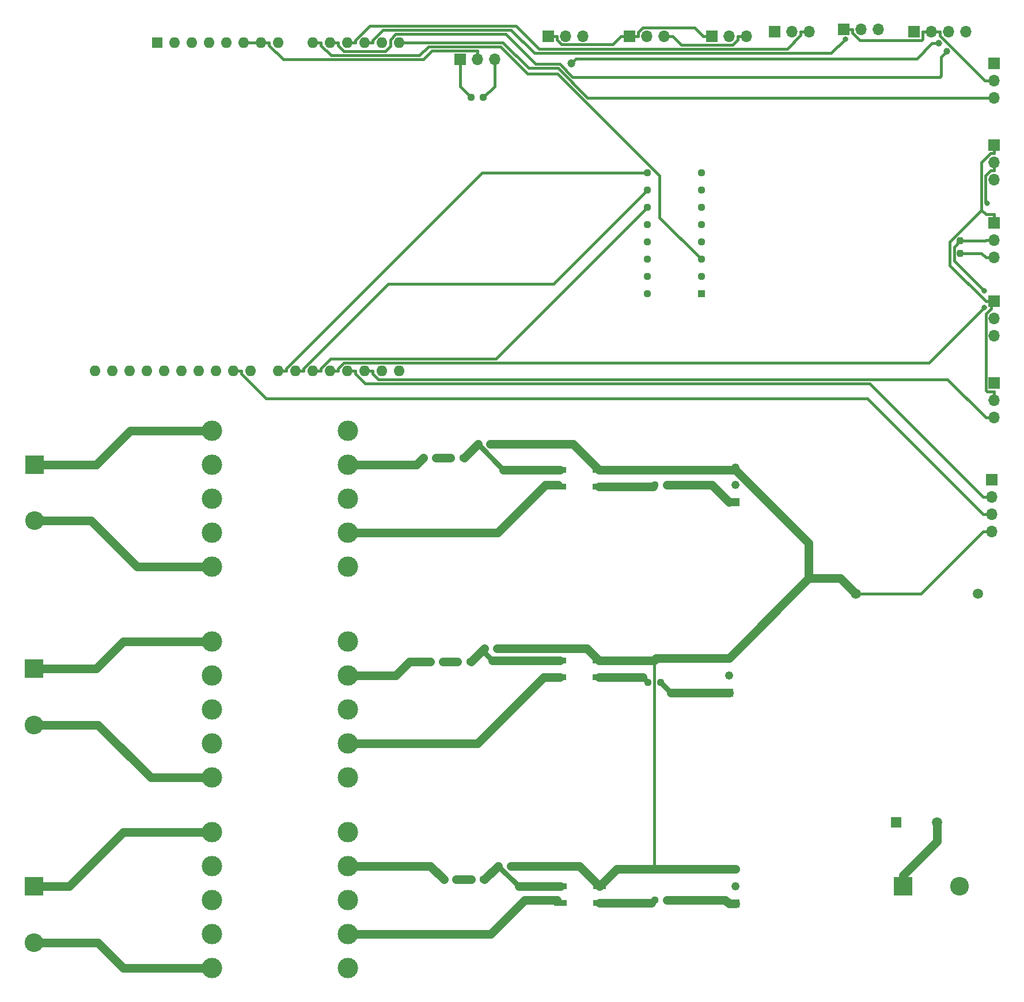
<source format=gtl>
%TF.GenerationSoftware,KiCad,Pcbnew,6.0.4-6f826c9f35~116~ubuntu18.04.1*%
%TF.CreationDate,2022-03-30T21:42:36+05:30*%
%TF.ProjectId,dg Monitor,6467204d-6f6e-4697-946f-722e6b696361,rev?*%
%TF.SameCoordinates,Original*%
%TF.FileFunction,Copper,L1,Top*%
%TF.FilePolarity,Positive*%
%FSLAX46Y46*%
G04 Gerber Fmt 4.6, Leading zero omitted, Abs format (unit mm)*
G04 Created by KiCad (PCBNEW 6.0.4-6f826c9f35~116~ubuntu18.04.1) date 2022-03-30 21:42:36*
%MOMM*%
%LPD*%
G01*
G04 APERTURE LIST*
G04 Aperture macros list*
%AMRoundRect*
0 Rectangle with rounded corners*
0 $1 Rounding radius*
0 $2 $3 $4 $5 $6 $7 $8 $9 X,Y pos of 4 corners*
0 Add a 4 corners polygon primitive as box body*
4,1,4,$2,$3,$4,$5,$6,$7,$8,$9,$2,$3,0*
0 Add four circle primitives for the rounded corners*
1,1,$1+$1,$2,$3*
1,1,$1+$1,$4,$5*
1,1,$1+$1,$6,$7*
1,1,$1+$1,$8,$9*
0 Add four rect primitives between the rounded corners*
20,1,$1+$1,$2,$3,$4,$5,0*
20,1,$1+$1,$4,$5,$6,$7,0*
20,1,$1+$1,$6,$7,$8,$9,0*
20,1,$1+$1,$8,$9,$2,$3,0*%
G04 Aperture macros list end*
%TA.AperFunction,ComponentPad*%
%ADD10R,1.700000X1.700000*%
%TD*%
%TA.AperFunction,ComponentPad*%
%ADD11O,1.700000X1.700000*%
%TD*%
%TA.AperFunction,ComponentPad*%
%ADD12R,2.743200X2.743200*%
%TD*%
%TA.AperFunction,ComponentPad*%
%ADD13C,2.743200*%
%TD*%
%TA.AperFunction,SMDPad,CuDef*%
%ADD14RoundRect,0.237500X0.250000X0.237500X-0.250000X0.237500X-0.250000X-0.237500X0.250000X-0.237500X0*%
%TD*%
%TA.AperFunction,SMDPad,CuDef*%
%ADD15RoundRect,0.237500X-0.250000X-0.237500X0.250000X-0.237500X0.250000X0.237500X-0.250000X0.237500X0*%
%TD*%
%TA.AperFunction,ComponentPad*%
%ADD16O,1.600000X1.600000*%
%TD*%
%TA.AperFunction,ComponentPad*%
%ADD17R,1.600000X1.600000*%
%TD*%
%TA.AperFunction,ComponentPad*%
%ADD18R,1.218000X1.218000*%
%TD*%
%TA.AperFunction,ComponentPad*%
%ADD19C,1.218000*%
%TD*%
%TA.AperFunction,ComponentPad*%
%ADD20C,3.000000*%
%TD*%
%TA.AperFunction,SMDPad,CuDef*%
%ADD21RoundRect,0.237500X-0.237500X0.250000X-0.237500X-0.250000X0.237500X-0.250000X0.237500X0.250000X0*%
%TD*%
%TA.AperFunction,SMDPad,CuDef*%
%ADD22RoundRect,0.091000X0.864000X0.364000X-0.864000X0.364000X-0.864000X-0.364000X0.864000X-0.364000X0*%
%TD*%
%TA.AperFunction,ComponentPad*%
%ADD23R,1.130000X1.130000*%
%TD*%
%TA.AperFunction,ComponentPad*%
%ADD24C,1.130000*%
%TD*%
%TA.AperFunction,ComponentPad*%
%ADD25R,1.500000X1.500000*%
%TD*%
%TA.AperFunction,ComponentPad*%
%ADD26C,1.500000*%
%TD*%
%TA.AperFunction,ViaPad*%
%ADD27C,1.000000*%
%TD*%
%TA.AperFunction,ViaPad*%
%ADD28C,0.800000*%
%TD*%
%TA.AperFunction,ViaPad*%
%ADD29C,1.200000*%
%TD*%
%TA.AperFunction,Conductor*%
%ADD30C,0.400000*%
%TD*%
%TA.AperFunction,Conductor*%
%ADD31C,1.270000*%
%TD*%
%TA.AperFunction,Conductor*%
%ADD32C,0.760000*%
%TD*%
G04 APERTURE END LIST*
D10*
%TO.P,J11,1,Pin_1*%
%TO.N,+5V*%
X188200000Y-23375000D03*
D11*
%TO.P,J11,2,Pin_2*%
%TO.N,GND*%
X190740000Y-23375000D03*
%TO.P,J11,3,Pin_3*%
%TO.N,/Arduino Uno/dCo*%
X193280000Y-23375000D03*
%TO.P,J11,4,Pin_4*%
%TO.N,/Arduino Uno/aCo*%
X195820000Y-23375000D03*
%TD*%
D12*
%TO.P,J14,1,Pin_1*%
%TO.N,Net-(J14-Pad1)*%
X58925000Y-86999500D03*
D13*
%TO.P,J14,2,Pin_2*%
%TO.N,Net-(J14-Pad2)*%
X58925000Y-95254500D03*
%TD*%
D12*
%TO.P,J1,1,Pin_1*%
%TO.N,Net-(J1-Pad1)*%
X186624500Y-149000500D03*
D13*
%TO.P,J1,2,Pin_2*%
%TO.N,Net-(J1-Pad2)*%
X194879500Y-149000500D03*
%TD*%
D14*
%TO.P,R9,1*%
%TO.N,GND*%
X126912500Y-114000000D03*
%TO.P,R9,2*%
%TO.N,Net-(D3-Pad3)*%
X125087500Y-114000000D03*
%TD*%
D10*
%TO.P,J5,1,Pin_1*%
%TO.N,GND*%
X200000000Y-40000000D03*
D11*
%TO.P,J5,2,Pin_2*%
%TO.N,/Arduino Uno/temp*%
X200000000Y-42540000D03*
%TO.P,J5,3,Pin_3*%
%TO.N,+5V*%
X200000000Y-45080000D03*
%TD*%
D15*
%TO.P,R8,1*%
%TO.N,Net-(R6-Pad2)*%
X123087500Y-148000000D03*
%TO.P,R8,2*%
%TO.N,Net-(D4-Pad3)*%
X124912500Y-148000000D03*
%TD*%
%TO.P,R3,1*%
%TO.N,Net-(R12-Pad2)*%
X120087500Y-86000000D03*
%TO.P,R3,2*%
%TO.N,Net-(D2-Pad3)*%
X121912500Y-86000000D03*
%TD*%
D16*
%TO.P,A1,32,SCL/A5*%
%TO.N,unconnected-(A1-Pad32)*%
X67810500Y-73244500D03*
%TO.P,A1,31,SDA/A4*%
%TO.N,unconnected-(A1-Pad31)*%
X70350500Y-73244500D03*
%TO.P,A1,30,AREF*%
%TO.N,unconnected-(A1-Pad30)*%
X72890500Y-73244500D03*
%TO.P,A1,29,GND*%
%TO.N,GND*%
X75430500Y-73244500D03*
%TO.P,A1,28,D13*%
%TO.N,unconnected-(A1-Pad28)*%
X77970500Y-73244500D03*
%TO.P,A1,27,D12*%
%TO.N,unconnected-(A1-Pad27)*%
X80510500Y-73244500D03*
%TO.P,A1,26,D11*%
%TO.N,unconnected-(A1-Pad26)*%
X83050500Y-73244500D03*
%TO.P,A1,25,D10*%
%TO.N,unconnected-(A1-Pad25)*%
X85590500Y-73244500D03*
%TO.P,A1,24,D9*%
%TO.N,/Arduino Uno/echo*%
X88130500Y-73244500D03*
%TO.P,A1,23,D8*%
%TO.N,/Arduino Uno/dCo*%
X90670500Y-73244500D03*
%TO.P,A1,22,D7*%
%TO.N,Net-(A1-Pad22)*%
X94730500Y-73244500D03*
%TO.P,A1,21,D6*%
%TO.N,Net-(A1-Pad21)*%
X97270500Y-73244500D03*
%TO.P,A1,20,D5*%
%TO.N,Net-(A1-Pad20)*%
X99810500Y-73244500D03*
%TO.P,A1,19,D4*%
%TO.N,/Arduino Uno/temp*%
X102350500Y-73244500D03*
%TO.P,A1,18,D3*%
%TO.N,/Arduino Uno/trig*%
X104890500Y-73244500D03*
%TO.P,A1,17,D2*%
%TO.N,/Arduino Uno/vibration*%
X107430500Y-73244500D03*
%TO.P,A1,16,D1/TX*%
%TO.N,unconnected-(A1-Pad16)*%
X109970500Y-73244500D03*
%TO.P,A1,15,D0/RX*%
%TO.N,unconnected-(A1-Pad15)*%
X112510500Y-73244500D03*
%TO.P,A1,14,SCL/A5*%
%TO.N,/Arduino Uno/press*%
X112510500Y-24984500D03*
%TO.P,A1,13,SDA/A4*%
%TO.N,/Arduino Uno/rpm*%
X109970500Y-24984500D03*
%TO.P,A1,12,A3*%
%TO.N,/Arduino Uno/DcV2*%
X107430500Y-24984500D03*
%TO.P,A1,11,A2*%
%TO.N,/Arduino Uno/DcV1*%
X104890500Y-24984500D03*
%TO.P,A1,10,A1*%
%TO.N,/Arduino Uno/aCo*%
X102350500Y-24984500D03*
%TO.P,A1,9,A0*%
%TO.N,Net-(A1-Pad9)*%
X99810500Y-24984500D03*
%TO.P,A1,8,VIN*%
%TO.N,+5V*%
X94730500Y-24984500D03*
%TO.P,A1,7,GND*%
%TO.N,GND*%
X92190500Y-24984500D03*
%TO.P,A1,6,GND*%
X89650500Y-24984500D03*
%TO.P,A1,5,+5V*%
%TO.N,unconnected-(A1-Pad5)*%
X87110500Y-24984500D03*
%TO.P,A1,4,3V3*%
%TO.N,unconnected-(A1-Pad4)*%
X84570500Y-24984500D03*
%TO.P,A1,3,~{RESET}*%
%TO.N,unconnected-(A1-Pad3)*%
X82030500Y-24984500D03*
%TO.P,A1,2,IOREF*%
%TO.N,unconnected-(A1-Pad2)*%
X79490500Y-24984500D03*
D17*
%TO.P,A1,1,NC*%
%TO.N,unconnected-(A1-Pad1)*%
X76950500Y-24984500D03*
%TD*%
D15*
%TO.P,R12,1*%
%TO.N,Net-(R12-Pad1)*%
X116087500Y-86000000D03*
%TO.P,R12,2*%
%TO.N,Net-(R12-Pad2)*%
X117912500Y-86000000D03*
%TD*%
%TO.P,R11,1*%
%TO.N,Net-(D2-Pad1)*%
X150087500Y-90000000D03*
%TO.P,R11,2*%
%TO.N,Net-(R11-Pad2)*%
X151912500Y-90000000D03*
%TD*%
D18*
%TO.P,RV3,1,1*%
%TO.N,Net-(R11-Pad2)*%
X162000000Y-92540000D03*
D19*
%TO.P,RV3,2,2*%
%TO.N,/Arduino Uno/V_R*%
X162000000Y-90000000D03*
%TO.P,RV3,3,3*%
%TO.N,GND*%
X162000000Y-87460000D03*
%TD*%
D20*
%TO.P,T3,10*%
%TO.N,N/C*%
X105000000Y-133000000D03*
%TO.P,T3,9*%
X105000000Y-113000000D03*
%TO.P,T3,8*%
X85000000Y-118000000D03*
%TO.P,T3,7*%
X85000000Y-128000000D03*
%TO.P,T3,6*%
X105000000Y-123000000D03*
%TO.P,T3,5*%
X85000000Y-123000000D03*
%TO.P,T3,4,SB*%
%TO.N,Net-(R5-Pad1)*%
X105000000Y-118000000D03*
%TO.P,T3,3,SA*%
%TO.N,Net-(D3-Pad4)*%
X105000000Y-128000000D03*
%TO.P,T3,2,AB*%
%TO.N,Net-(J16-Pad1)*%
X85000000Y-113000000D03*
%TO.P,T3,1,AA*%
%TO.N,Net-(J16-Pad2)*%
X85000000Y-133000000D03*
%TD*%
D14*
%TO.P,R10,1*%
%TO.N,GND*%
X128912500Y-146000000D03*
%TO.P,R10,2*%
%TO.N,Net-(D4-Pad3)*%
X127087500Y-146000000D03*
%TD*%
D12*
%TO.P,J15,1,Pin_1*%
%TO.N,Net-(J15-Pad1)*%
X58799500Y-148999500D03*
D13*
%TO.P,J15,2,Pin_2*%
%TO.N,Net-(J15-Pad2)*%
X58799500Y-157254500D03*
%TD*%
D10*
%TO.P,J10,1,Pin_1*%
%TO.N,+5V*%
X199625000Y-89200000D03*
D11*
%TO.P,J10,2,Pin_2*%
%TO.N,/Arduino Uno/trig*%
X199625000Y-91740000D03*
%TO.P,J10,3,Pin_3*%
%TO.N,/Arduino Uno/echo*%
X199625000Y-94280000D03*
%TO.P,J10,4,Pin_4*%
%TO.N,GND*%
X199625000Y-96820000D03*
%TD*%
D15*
%TO.P,R13,1*%
%TO.N,Net-(D3-Pad1)*%
X149087500Y-119000000D03*
%TO.P,R13,2*%
%TO.N,Net-(R13-Pad2)*%
X150912500Y-119000000D03*
%TD*%
D10*
%TO.P,J20,1,Pin_1*%
%TO.N,GND*%
X146395000Y-24000000D03*
D11*
%TO.P,J20,2,Pin_2*%
%TO.N,/Arduino Uno/I_Y*%
X148935000Y-24000000D03*
%TO.P,J20,3,Pin_3*%
%TO.N,+5V*%
X151475000Y-24000000D03*
%TD*%
D18*
%TO.P,RV1,1,1*%
%TO.N,Net-(R13-Pad2)*%
X161000000Y-120540000D03*
D19*
%TO.P,RV1,2,2*%
%TO.N,/Arduino Uno/V_Y*%
X161000000Y-118000000D03*
%TO.P,RV1,3,3*%
%TO.N,GND*%
X161000000Y-115460000D03*
%TD*%
D10*
%TO.P,J13,1,Pin_1*%
%TO.N,+5V*%
X200000000Y-75000000D03*
D11*
%TO.P,J13,2,Pin_2*%
%TO.N,GND*%
X200000000Y-77540000D03*
%TO.P,J13,3,Pin_3*%
%TO.N,/Arduino Uno/vibration*%
X200000000Y-80080000D03*
%TD*%
D21*
%TO.P,R1,1*%
%TO.N,/Arduino Uno/temp*%
X195000000Y-54087500D03*
%TO.P,R1,2*%
%TO.N,+5V*%
X195000000Y-55912500D03*
%TD*%
D10*
%TO.P,J21,1,Pin_1*%
%TO.N,GND*%
X158475000Y-24000000D03*
D11*
%TO.P,J21,2,Pin_2*%
%TO.N,/Arduino Uno/I_B*%
X161015000Y-24000000D03*
%TO.P,J21,3,Pin_3*%
%TO.N,+5V*%
X163555000Y-24000000D03*
%TD*%
D22*
%TO.P,D3,1,+*%
%TO.N,Net-(D3-Pad1)*%
X141900000Y-118225000D03*
%TO.P,D3,2,-*%
%TO.N,GND*%
X141900000Y-115775000D03*
%TO.P,D3,3*%
%TO.N,Net-(D3-Pad3)*%
X136100000Y-115775000D03*
%TO.P,D3,4*%
%TO.N,Net-(D3-Pad4)*%
X136100000Y-118225000D03*
%TD*%
D12*
%TO.P,J16,1,Pin_1*%
%TO.N,Net-(J16-Pad1)*%
X58799500Y-116999500D03*
D13*
%TO.P,J16,2,Pin_2*%
%TO.N,Net-(J16-Pad2)*%
X58799500Y-125254500D03*
%TD*%
D20*
%TO.P,T1,10*%
%TO.N,N/C*%
X104996000Y-161000000D03*
%TO.P,T1,9*%
X104996000Y-141000000D03*
%TO.P,T1,8*%
X84996000Y-146000000D03*
%TO.P,T1,7*%
X84996000Y-156000000D03*
%TO.P,T1,6*%
X104996000Y-151000000D03*
%TO.P,T1,5*%
X84996000Y-151000000D03*
%TO.P,T1,4,SB*%
%TO.N,Net-(R6-Pad1)*%
X104996000Y-146000000D03*
%TO.P,T1,3,SA*%
%TO.N,Net-(D4-Pad4)*%
X104996000Y-156000000D03*
%TO.P,T1,2,AB*%
%TO.N,Net-(J15-Pad1)*%
X84996000Y-141000000D03*
%TO.P,T1,1,AA*%
%TO.N,Net-(J15-Pad2)*%
X84996000Y-161000000D03*
%TD*%
D15*
%TO.P,R2,1*%
%TO.N,+5V*%
X123087500Y-33000000D03*
%TO.P,R2,2*%
%TO.N,/Arduino Uno/rpm*%
X124912500Y-33000000D03*
%TD*%
D10*
%TO.P,J6,1,Pin_1*%
%TO.N,GND*%
X200000000Y-51475000D03*
D11*
%TO.P,J6,2,Pin_2*%
%TO.N,/Arduino Uno/temp*%
X200000000Y-54015000D03*
%TO.P,J6,3,Pin_3*%
%TO.N,+5V*%
X200000000Y-56555000D03*
%TD*%
D23*
%TO.P,U2,1,X4*%
%TO.N,/Arduino Uno/I_Y*%
X156970000Y-61890000D03*
D24*
%TO.P,U2,2,X6*%
%TO.N,unconnected-(U2-Pad2)*%
X156970000Y-59350000D03*
%TO.P,U2,3,X*%
%TO.N,Net-(A1-Pad9)*%
X156970000Y-56810000D03*
%TO.P,U2,4,X7*%
%TO.N,unconnected-(U2-Pad4)*%
X156970000Y-54270000D03*
%TO.P,U2,5,X5*%
%TO.N,/Arduino Uno/I_B*%
X156970000Y-51730000D03*
%TO.P,U2,6,INH*%
%TO.N,unconnected-(U2-Pad6)*%
X156970000Y-49190000D03*
%TO.P,U2,7,VEE*%
%TO.N,unconnected-(U2-Pad7)*%
X156970000Y-46650000D03*
%TO.P,U2,8,VSS*%
%TO.N,GND*%
X156970000Y-44110000D03*
%TO.P,U2,9,C*%
%TO.N,Net-(A1-Pad22)*%
X149030000Y-44110000D03*
%TO.P,U2,10,B*%
%TO.N,Net-(A1-Pad21)*%
X149030000Y-46650000D03*
%TO.P,U2,11,A*%
%TO.N,Net-(A1-Pad20)*%
X149030000Y-49190000D03*
%TO.P,U2,12,X3*%
%TO.N,/Arduino Uno/I_R*%
X149030000Y-51730000D03*
%TO.P,U2,13,X0*%
%TO.N,/Arduino Uno/V_R*%
X149030000Y-54270000D03*
%TO.P,U2,14,X1*%
%TO.N,/Arduino Uno/V_Y*%
X149030000Y-56810000D03*
%TO.P,U2,15,X2*%
%TO.N,/Arduino Uno/V_B*%
X149030000Y-59350000D03*
%TO.P,U2,16,VDD*%
%TO.N,+5V*%
X149030000Y-61890000D03*
%TD*%
D22*
%TO.P,D2,1,+*%
%TO.N,Net-(D2-Pad1)*%
X141900000Y-90225000D03*
%TO.P,D2,2,-*%
%TO.N,GND*%
X141900000Y-87775000D03*
%TO.P,D2,3*%
%TO.N,Net-(D2-Pad3)*%
X136100000Y-87775000D03*
%TO.P,D2,4*%
%TO.N,Net-(D2-Pad4)*%
X136100000Y-90225000D03*
%TD*%
D14*
%TO.P,R4,1*%
%TO.N,GND*%
X125912500Y-84000000D03*
%TO.P,R4,2*%
%TO.N,Net-(D2-Pad3)*%
X124087500Y-84000000D03*
%TD*%
D15*
%TO.P,R14,1*%
%TO.N,Net-(D4-Pad1)*%
X150087500Y-151000000D03*
%TO.P,R14,2*%
%TO.N,Net-(R14-Pad2)*%
X151912500Y-151000000D03*
%TD*%
D10*
%TO.P,J12,1,Pin_1*%
%TO.N,+5V*%
X200000000Y-28000000D03*
D11*
%TO.P,J12,2,Pin_2*%
%TO.N,GND*%
X200000000Y-30540000D03*
%TO.P,J12,3,Pin_3*%
%TO.N,/Arduino Uno/press*%
X200000000Y-33080000D03*
%TD*%
D25*
%TO.P,PS1,1,AC1*%
%TO.N,Net-(J1-Pad2)*%
X185625000Y-139600000D03*
D26*
%TO.P,PS1,2,AC2*%
%TO.N,Net-(J1-Pad1)*%
X191625000Y-139600000D03*
%TO.P,PS1,3,-VO*%
%TO.N,GND*%
X179625000Y-106000000D03*
%TO.P,PS1,4,+VO*%
%TO.N,+5V*%
X197625000Y-106000000D03*
%TD*%
D10*
%TO.P,J8,1,Pin_1*%
%TO.N,+5V*%
X121475000Y-27375000D03*
D11*
%TO.P,J8,2,Pin_2*%
%TO.N,GND*%
X124015000Y-27375000D03*
%TO.P,J8,3,Pin_3*%
%TO.N,/Arduino Uno/rpm*%
X126555000Y-27375000D03*
%TD*%
D20*
%TO.P,T2,10*%
%TO.N,N/C*%
X105000000Y-102000000D03*
%TO.P,T2,9*%
X105000000Y-82000000D03*
%TO.P,T2,8*%
X85000000Y-87000000D03*
%TO.P,T2,7*%
X85000000Y-97000000D03*
%TO.P,T2,6*%
X105000000Y-92000000D03*
%TO.P,T2,5*%
X85000000Y-92000000D03*
%TO.P,T2,4,SB*%
%TO.N,Net-(R12-Pad1)*%
X105000000Y-87000000D03*
%TO.P,T2,3,SA*%
%TO.N,Net-(D2-Pad4)*%
X105000000Y-97000000D03*
%TO.P,T2,2,AB*%
%TO.N,Net-(J14-Pad1)*%
X85000000Y-82000000D03*
%TO.P,T2,1,AA*%
%TO.N,Net-(J14-Pad2)*%
X85000000Y-102000000D03*
%TD*%
D15*
%TO.P,R6,1*%
%TO.N,Net-(R6-Pad1)*%
X119087500Y-148000000D03*
%TO.P,R6,2*%
%TO.N,Net-(R6-Pad2)*%
X120912500Y-148000000D03*
%TD*%
D10*
%TO.P,J17,1,Pin_1*%
%TO.N,GND*%
X134475000Y-24000000D03*
D11*
%TO.P,J17,2,Pin_2*%
%TO.N,/Arduino Uno/I_R*%
X137015000Y-24000000D03*
%TO.P,J17,3,Pin_3*%
%TO.N,+5V*%
X139555000Y-24000000D03*
%TD*%
D15*
%TO.P,R7,1*%
%TO.N,Net-(R5-Pad2)*%
X121087500Y-116000000D03*
%TO.P,R7,2*%
%TO.N,Net-(D3-Pad3)*%
X122912500Y-116000000D03*
%TD*%
D18*
%TO.P,RV2,1,1*%
%TO.N,Net-(R14-Pad2)*%
X162000000Y-151540000D03*
D19*
%TO.P,RV2,2,2*%
%TO.N,/Arduino Uno/V_B*%
X162000000Y-149000000D03*
%TO.P,RV2,3,3*%
%TO.N,GND*%
X162000000Y-146460000D03*
%TD*%
D10*
%TO.P,J7,1,Pin_1*%
%TO.N,GND*%
X200000000Y-63000000D03*
D11*
%TO.P,J7,2,Pin_2*%
%TO.N,/Arduino Uno/temp*%
X200000000Y-65540000D03*
%TO.P,J7,3,Pin_3*%
%TO.N,+5V*%
X200000000Y-68080000D03*
%TD*%
D22*
%TO.P,D4,1,+*%
%TO.N,Net-(D4-Pad1)*%
X142000000Y-151450000D03*
%TO.P,D4,2,-*%
%TO.N,GND*%
X142000000Y-149000000D03*
%TO.P,D4,3*%
%TO.N,Net-(D4-Pad3)*%
X136200000Y-149000000D03*
%TO.P,D4,4*%
%TO.N,Net-(D4-Pad4)*%
X136200000Y-151450000D03*
%TD*%
D15*
%TO.P,R5,1*%
%TO.N,Net-(R5-Pad1)*%
X117087500Y-116000000D03*
%TO.P,R5,2*%
%TO.N,Net-(R5-Pad2)*%
X118912500Y-116000000D03*
%TD*%
D10*
%TO.P,J9,1,Pin_1*%
%TO.N,GND*%
X167740000Y-23375000D03*
D11*
%TO.P,J9,2,Pin_2*%
%TO.N,unconnected-(J9-Pad2)*%
X170280000Y-23375000D03*
%TO.P,J9,3,Pin_3*%
%TO.N,/Arduino Uno/DcV1*%
X172820000Y-23375000D03*
%TD*%
D10*
%TO.P,J19,1,Pin_1*%
%TO.N,GND*%
X177920000Y-23000000D03*
D11*
%TO.P,J19,2,Pin_2*%
%TO.N,unconnected-(J19-Pad2)*%
X180460000Y-23000000D03*
%TO.P,J19,3,Pin_3*%
%TO.N,/Arduino Uno/DcV2*%
X183000000Y-23000000D03*
%TD*%
D27*
%TO.N,/Arduino Uno/aCo*%
X193000000Y-26259500D03*
D28*
%TO.N,/Arduino Uno/DcV2*%
X178113400Y-24456500D03*
%TO.N,/Arduino Uno/temp*%
X198522400Y-63926500D03*
X198522400Y-61418000D03*
X198920300Y-48588100D03*
D29*
%TO.N,/Arduino Uno/dCo*%
X137812100Y-28000000D03*
D27*
X191865980Y-25069767D03*
%TD*%
D30*
%TO.N,GND*%
X136428600Y-25250300D02*
X143894400Y-25250300D01*
X93390800Y-25359600D02*
X95472300Y-27441100D01*
X180265200Y-24625400D02*
X189306500Y-24625400D01*
X198374700Y-96820000D02*
X189194700Y-106000000D01*
X198608300Y-30540000D02*
X191990300Y-23922000D01*
X190740000Y-23375000D02*
X191990300Y-23375000D01*
D31*
X161000000Y-115460000D02*
X150315000Y-115460000D01*
D30*
X150000000Y-115775000D02*
X150000000Y-146460000D01*
D31*
X144540000Y-146460000D02*
X142000000Y-149000000D01*
X150000000Y-115775000D02*
X141900000Y-115775000D01*
D30*
X198114500Y-49582000D02*
X193487200Y-54209300D01*
X199511300Y-63000000D02*
X198749700Y-63000000D01*
X146395000Y-24000000D02*
X147645300Y-24000000D01*
X193487200Y-54209300D02*
X193487200Y-57737500D01*
X162000000Y-87460000D02*
X162000000Y-87775000D01*
X200000000Y-50224700D02*
X198757200Y-50224700D01*
D31*
X141900000Y-87775000D02*
X138125000Y-84000000D01*
X162000000Y-146460000D02*
X150000000Y-146460000D01*
D30*
X148348500Y-22749700D02*
X147645300Y-23452900D01*
X155974400Y-22749700D02*
X148348500Y-22749700D01*
X198749600Y-76106500D02*
X198932800Y-76289700D01*
X95472300Y-27441100D02*
X116036000Y-27441100D01*
X179170300Y-23530500D02*
X180265200Y-24625400D01*
D31*
X162000000Y-87775000D02*
X141900000Y-87775000D01*
D30*
X116036000Y-27441100D02*
X117352400Y-26124700D01*
X198932800Y-76289700D02*
X200000000Y-76289700D01*
X157224700Y-24000000D02*
X155974400Y-22749700D01*
X93390800Y-24984500D02*
X93390800Y-25359600D01*
X200000000Y-63000000D02*
X199511300Y-63000000D01*
X89650500Y-24984500D02*
X92190500Y-24984500D01*
X198749700Y-30540000D02*
X198608300Y-30540000D01*
D31*
X179625000Y-106000000D02*
X177333700Y-103708700D01*
D30*
X189489700Y-24442200D02*
X189489700Y-23375000D01*
D31*
X172751300Y-103708700D02*
X161000000Y-115460000D01*
D30*
X150315000Y-115460000D02*
X150000000Y-115775000D01*
X147645300Y-23452900D02*
X147645300Y-24000000D01*
X198114500Y-42588800D02*
X199453000Y-41250300D01*
X134475000Y-24000000D02*
X135725300Y-24000000D01*
X179170300Y-23000000D02*
X179170300Y-23530500D01*
X199625000Y-96820000D02*
X198374700Y-96820000D01*
X92190500Y-24984500D02*
X93390800Y-24984500D01*
X191990300Y-23922000D02*
X191990300Y-23375000D01*
X124015000Y-27375000D02*
X124015000Y-26124700D01*
D31*
X138125000Y-84000000D02*
X125912500Y-84000000D01*
X150000000Y-146460000D02*
X144540000Y-146460000D01*
X142000000Y-149000000D02*
X139000000Y-146000000D01*
X177333700Y-103708700D02*
X172751300Y-103708700D01*
D30*
X200000000Y-40000000D02*
X200000000Y-41250300D01*
X200000000Y-77540000D02*
X200000000Y-76289700D01*
X199453000Y-41250300D02*
X200000000Y-41250300D01*
X177920000Y-23000000D02*
X179170300Y-23000000D01*
X198749600Y-64836400D02*
X198749600Y-76106500D01*
D31*
X139000000Y-146000000D02*
X128912500Y-146000000D01*
X140125000Y-114000000D02*
X126912500Y-114000000D01*
D30*
X198114500Y-49582000D02*
X198114500Y-42588800D01*
X189194700Y-106000000D02*
X179625000Y-106000000D01*
X135725300Y-24547000D02*
X136428600Y-25250300D01*
D31*
X172751300Y-98526300D02*
X172751300Y-103708700D01*
D30*
X199511300Y-64074700D02*
X198749600Y-64836400D01*
X193487200Y-57737500D02*
X198749700Y-63000000D01*
X158475000Y-24000000D02*
X157224700Y-24000000D01*
D31*
X162000000Y-87775000D02*
X172751300Y-98526300D01*
D30*
X199511300Y-63000000D02*
X199511300Y-64074700D01*
X200000000Y-30540000D02*
X198749700Y-30540000D01*
X200000000Y-51475000D02*
X200000000Y-50224700D01*
X190740000Y-23375000D02*
X189489700Y-23375000D01*
X146395000Y-24000000D02*
X145144700Y-24000000D01*
X135725300Y-24000000D02*
X135725300Y-24547000D01*
D31*
X141900000Y-115775000D02*
X140125000Y-114000000D01*
D30*
X143894400Y-25250300D02*
X145144700Y-24000000D01*
X198757200Y-50224700D02*
X198114500Y-49582000D01*
X117352400Y-26124700D02*
X124015000Y-26124700D01*
X189306500Y-24625400D02*
X189489700Y-24442200D01*
%TO.N,+5V*%
X163555000Y-24000000D02*
X162304700Y-24000000D01*
X121475000Y-31387500D02*
X123087500Y-33000000D01*
X195000000Y-55912500D02*
X198107200Y-55912500D01*
X151475000Y-24000000D02*
X152725300Y-24000000D01*
X162304700Y-24518100D02*
X162304700Y-24000000D01*
X121475000Y-27375000D02*
X121475000Y-31387500D01*
X200000000Y-56555000D02*
X198749700Y-56555000D01*
X198107200Y-55912500D02*
X198749700Y-56555000D01*
X152725300Y-24000000D02*
X154027500Y-25302200D01*
X154027500Y-25302200D02*
X161520600Y-25302200D01*
X161520600Y-25302200D02*
X162304700Y-24518100D01*
%TO.N,Net-(A1-Pad9)*%
X102494000Y-26840800D02*
X115487500Y-26840800D01*
X99810500Y-24984500D02*
X101010800Y-24984500D01*
X150815100Y-50655100D02*
X156970000Y-56810000D01*
X115487500Y-26840800D02*
X116803900Y-25524400D01*
X150815100Y-44505800D02*
X150815100Y-50655100D01*
X131398800Y-29512500D02*
X135821800Y-29512500D01*
X135821800Y-29512500D02*
X150815100Y-44505800D01*
X116803900Y-25524400D02*
X127410700Y-25524400D01*
X127410700Y-25524400D02*
X131398800Y-29512500D01*
X101010800Y-25357600D02*
X102494000Y-26840800D01*
X101010800Y-24984500D02*
X101010800Y-25357600D01*
%TO.N,/Arduino Uno/aCo*%
X104381400Y-26190200D02*
X103550800Y-25359600D01*
X111240500Y-24505200D02*
X111240500Y-25437400D01*
X192203300Y-27056200D02*
X192203300Y-29796700D01*
X192000000Y-30000000D02*
X138004999Y-30000000D01*
X138004999Y-30000000D02*
X136123300Y-28118300D01*
X136123300Y-28118300D02*
X132551300Y-28118300D01*
X112022100Y-23723600D02*
X111240500Y-24505200D01*
X103550800Y-25359600D02*
X103550800Y-24984500D01*
X193000000Y-26259500D02*
X192203300Y-27056200D01*
X192203300Y-29796700D02*
X192000000Y-30000000D01*
X128156600Y-23723600D02*
X112022100Y-23723600D01*
X132551300Y-28118300D02*
X128156600Y-23723600D01*
X111240500Y-25437400D02*
X110487700Y-26190200D01*
X103550800Y-24984500D02*
X102350500Y-24984500D01*
X110487700Y-26190200D02*
X104381400Y-26190200D01*
%TO.N,/Arduino Uno/DcV1*%
X171569700Y-23375000D02*
X171569700Y-23893100D01*
X104890500Y-24984500D02*
X106090800Y-24984500D01*
X108190800Y-22509400D02*
X106090800Y-24609400D01*
X129690200Y-22509400D02*
X108190800Y-22509400D01*
X172820000Y-23375000D02*
X171569700Y-23375000D01*
X171569700Y-23893100D02*
X169545500Y-25917300D01*
X133098100Y-25917300D02*
X129690200Y-22509400D01*
X169545500Y-25917300D02*
X133098100Y-25917300D01*
X106090800Y-24609400D02*
X106090800Y-24984500D01*
%TO.N,/Arduino Uno/DcV2*%
X176052200Y-26517700D02*
X178113400Y-24456500D01*
X107430500Y-24984500D02*
X108630800Y-24984500D01*
X128981500Y-23123200D02*
X132376000Y-26517700D01*
X132376000Y-26517700D02*
X176052200Y-26517700D01*
X110117000Y-23123200D02*
X128981500Y-23123200D01*
X108630800Y-24609400D02*
X110117000Y-23123200D01*
X108630800Y-24984500D02*
X108630800Y-24609400D01*
%TO.N,/Arduino Uno/rpm*%
X126555000Y-27375000D02*
X126555000Y-31357500D01*
X126555000Y-31357500D02*
X124912500Y-33000000D01*
%TO.N,/Arduino Uno/press*%
X140237150Y-33080000D02*
X200000000Y-33080000D01*
X113710800Y-24984500D02*
X113771300Y-24924000D01*
X135875850Y-28718700D02*
X140237150Y-33080000D01*
X131556900Y-28718700D02*
X135875850Y-28718700D01*
X112510500Y-24984500D02*
X113710800Y-24984500D01*
X113771300Y-24924000D02*
X127762200Y-24924000D01*
X127762200Y-24924000D02*
X131556900Y-28718700D01*
%TO.N,/Arduino Uno/vibration*%
X109455900Y-74444800D02*
X193114500Y-74444800D01*
X108630800Y-73619700D02*
X109455900Y-74444800D01*
X107430500Y-73244500D02*
X108630800Y-73244500D01*
X193114500Y-74444800D02*
X198749700Y-80080000D01*
X200000000Y-80080000D02*
X198749700Y-80080000D01*
X108630800Y-73244500D02*
X108630800Y-73619700D01*
%TO.N,/Arduino Uno/trig*%
X106090800Y-73244500D02*
X106090800Y-73619600D01*
X104890500Y-73244500D02*
X106090800Y-73244500D01*
X107516400Y-75045200D02*
X181679900Y-75045200D01*
X181679900Y-75045200D02*
X198374700Y-91740000D01*
X106090800Y-73619600D02*
X107516400Y-75045200D01*
X199625000Y-91740000D02*
X198374700Y-91740000D01*
%TO.N,/Arduino Uno/temp*%
X194112600Y-57008200D02*
X198522400Y-61418000D01*
X103550800Y-73244500D02*
X103550800Y-72869300D01*
X102350500Y-73244500D02*
X103550800Y-73244500D01*
X190404700Y-72044200D02*
X198522400Y-63926500D01*
X200000000Y-43790300D02*
X199481900Y-43790300D01*
X194112600Y-54974900D02*
X194112600Y-57008200D01*
X195000000Y-54087500D02*
X194112600Y-54974900D01*
X200000000Y-42540000D02*
X200000000Y-43790300D01*
X198677200Y-54087500D02*
X198749700Y-54015000D01*
X104375900Y-72044200D02*
X190404700Y-72044200D01*
X200000000Y-54015000D02*
X198749700Y-54015000D01*
X103550800Y-72869300D02*
X104375900Y-72044200D01*
X198723200Y-44549000D02*
X198723200Y-48391000D01*
X199481900Y-43790300D02*
X198723200Y-44549000D01*
X195000000Y-54087500D02*
X198677200Y-54087500D01*
X198723200Y-48391000D02*
X198920300Y-48588100D01*
%TO.N,Net-(A1-Pad20)*%
X99810500Y-73244500D02*
X101010800Y-73244500D01*
X101010800Y-72869400D02*
X102436400Y-71443800D01*
X126776200Y-71443800D02*
X149030000Y-49190000D01*
X102436400Y-71443800D02*
X126776200Y-71443800D01*
X101010800Y-73244500D02*
X101010800Y-72869400D01*
%TO.N,Net-(A1-Pad21)*%
X98470800Y-73244500D02*
X98470800Y-72869400D01*
X97270500Y-73244500D02*
X98470800Y-73244500D01*
X110880900Y-60459300D02*
X135220700Y-60459300D01*
X135220700Y-60459300D02*
X149030000Y-46650000D01*
X98470800Y-72869400D02*
X110880900Y-60459300D01*
%TO.N,Net-(A1-Pad22)*%
X95930800Y-72869400D02*
X124690200Y-44110000D01*
X124690200Y-44110000D02*
X149030000Y-44110000D01*
X95930800Y-73244500D02*
X95930800Y-72869400D01*
X94730500Y-73244500D02*
X95930800Y-73244500D01*
%TO.N,/Arduino Uno/dCo*%
X190853033Y-25069767D02*
X188604800Y-27318000D01*
X191865980Y-25069767D02*
X190853033Y-25069767D01*
X188604800Y-27318000D02*
X138494100Y-27318000D01*
X138494100Y-27318000D02*
X137812100Y-28000000D01*
%TO.N,/Arduino Uno/echo*%
X89330800Y-73619600D02*
X92969900Y-77258700D01*
X199625000Y-94280000D02*
X198374700Y-94280000D01*
X181353400Y-77258700D02*
X198374700Y-94280000D01*
X89330800Y-73244500D02*
X89330800Y-73619600D01*
X88130500Y-73244500D02*
X89330800Y-73244500D01*
X92969900Y-77258700D02*
X181353400Y-77258700D01*
%TO.N,Net-(D2-Pad1)*%
X149862500Y-90225000D02*
X150087500Y-90000000D01*
D31*
X141900000Y-90225000D02*
X149862500Y-90225000D01*
%TO.N,Net-(D2-Pad3)*%
X136100000Y-87775000D02*
X127862500Y-87775000D01*
D30*
X122087500Y-86000000D02*
X121912500Y-86000000D01*
D31*
X124087500Y-84000000D02*
X122087500Y-86000000D01*
D32*
X127862500Y-87775000D02*
X124087500Y-84000000D01*
D31*
%TO.N,Net-(D2-Pad4)*%
X127000000Y-97000000D02*
X134000000Y-90000000D01*
D30*
X135875000Y-90000000D02*
X136100000Y-90225000D01*
D31*
X105000000Y-97000000D02*
X127000000Y-97000000D01*
X134000000Y-90000000D02*
X135875000Y-90000000D01*
%TO.N,Net-(D3-Pad1)*%
X141900000Y-118225000D02*
X148312500Y-118225000D01*
D32*
X148312500Y-118225000D02*
X149087500Y-119000000D01*
D31*
%TO.N,Net-(D3-Pad3)*%
X123087500Y-116000000D02*
X125087500Y-114000000D01*
X136100000Y-115775000D02*
X126244300Y-115775000D01*
D32*
X126244300Y-115775000D02*
X125087500Y-114618200D01*
D30*
X125087500Y-114618200D02*
X125087500Y-114000000D01*
X122912500Y-116000000D02*
X123087500Y-116000000D01*
D31*
%TO.N,Net-(D3-Pad4)*%
X124000000Y-128000000D02*
X133775000Y-118225000D01*
X133775000Y-118225000D02*
X136100000Y-118225000D01*
X105000000Y-128000000D02*
X124000000Y-128000000D01*
%TO.N,Net-(D4-Pad1)*%
X142000000Y-151450000D02*
X149637500Y-151450000D01*
D30*
X149637500Y-151450000D02*
X150087500Y-151000000D01*
%TO.N,Net-(D4-Pad3)*%
X124912500Y-148000000D02*
X125087500Y-148000000D01*
D32*
X130087500Y-149000000D02*
X127087500Y-146000000D01*
D31*
X136200000Y-149000000D02*
X130087500Y-149000000D01*
X125087500Y-148000000D02*
X127087500Y-146000000D01*
D30*
%TO.N,Net-(D4-Pad4)*%
X135750000Y-151000000D02*
X136200000Y-151450000D01*
D31*
X105000000Y-156000000D02*
X126000000Y-156000000D01*
X126000000Y-156000000D02*
X131000000Y-151000000D01*
X131000000Y-151000000D02*
X135750000Y-151000000D01*
%TO.N,Net-(J1-Pad1)*%
X186624500Y-149000500D02*
X186624500Y-147375500D01*
X186624500Y-147375500D02*
X191625000Y-142375000D01*
X191625000Y-142375000D02*
X191625000Y-139600000D01*
%TO.N,Net-(J14-Pad1)*%
X58925000Y-86999500D02*
X68000500Y-86999500D01*
X68000500Y-86999500D02*
X73000000Y-82000000D01*
X73000000Y-82000000D02*
X85000000Y-82000000D01*
%TO.N,Net-(J14-Pad2)*%
X74000000Y-102000000D02*
X85000000Y-102000000D01*
X58925000Y-95254500D02*
X67254500Y-95254500D01*
X67254500Y-95254500D02*
X74000000Y-102000000D01*
%TO.N,Net-(J15-Pad1)*%
X64000500Y-148999500D02*
X72000000Y-141000000D01*
X72000000Y-141000000D02*
X85000000Y-141000000D01*
X58799500Y-148999500D02*
X64000500Y-148999500D01*
%TO.N,Net-(J15-Pad2)*%
X72000000Y-161000000D02*
X85000000Y-161000000D01*
X68254500Y-157254500D02*
X72000000Y-161000000D01*
X58799500Y-157254500D02*
X68254500Y-157254500D01*
%TO.N,Net-(J16-Pad1)*%
X58799500Y-116999500D02*
X68000500Y-116999500D01*
X68000500Y-116999500D02*
X72000000Y-113000000D01*
X72000000Y-113000000D02*
X85000000Y-113000000D01*
%TO.N,Net-(J16-Pad2)*%
X76000000Y-133000000D02*
X85000000Y-133000000D01*
X68254500Y-125254500D02*
X76000000Y-133000000D01*
X58799500Y-125254500D02*
X68254500Y-125254500D01*
%TO.N,Net-(R12-Pad2)*%
X120087500Y-86000000D02*
X117912500Y-86000000D01*
%TO.N,Net-(R5-Pad1)*%
X105000000Y-118000000D02*
X112000000Y-118000000D01*
X114000000Y-116000000D02*
X117087500Y-116000000D01*
X112000000Y-118000000D02*
X114000000Y-116000000D01*
%TO.N,Net-(R5-Pad2)*%
X118912500Y-116000000D02*
X121087500Y-116000000D01*
%TO.N,Net-(R6-Pad1)*%
X117087500Y-146000000D02*
X119087500Y-148000000D01*
X105000000Y-146000000D02*
X117087500Y-146000000D01*
%TO.N,Net-(R6-Pad2)*%
X120912500Y-148000000D02*
X123087500Y-148000000D01*
%TO.N,Net-(R11-Pad2)*%
X151912500Y-90000000D02*
X158450700Y-90000000D01*
X158450700Y-90000000D02*
X160990700Y-92540000D01*
D30*
X162000000Y-92540000D02*
X160990700Y-92540000D01*
D31*
%TO.N,Net-(R12-Pad1)*%
X115087500Y-87000000D02*
X116087500Y-86000000D01*
X105000000Y-87000000D02*
X115087500Y-87000000D01*
%TO.N,Net-(R13-Pad2)*%
X152452500Y-120540000D02*
X161000000Y-120540000D01*
D32*
X150912500Y-119000000D02*
X152452500Y-120540000D01*
D31*
%TO.N,Net-(R14-Pad2)*%
X160450700Y-151000000D02*
X160990700Y-151540000D01*
X162000000Y-151540000D02*
X160990700Y-151540000D01*
X151912500Y-151000000D02*
X160450700Y-151000000D01*
%TD*%
M02*

</source>
